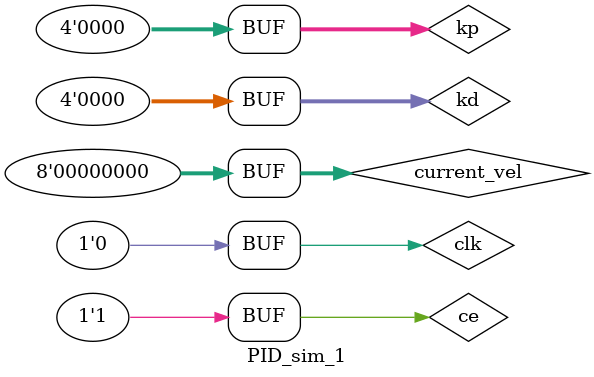
<source format=v>
`timescale 1ns / 1ps


module PID_sim_1;

	// Inputs
	reg [7:0] current_vel;
	reg [3:0] kp;
	reg [3:0] kd;
	reg clk;
	reg ce;

	// Outputs
	wire [7:0] vel_output;

	// Instantiate the Unit Under Test (UUT)
	pid_controller uut (
		.current_vel(current_vel), 
		.kp(kp), 
		.kd(kd), 
		.clk(clk), 
		.ce(ce), 
		.vel_output(vel_output)
	);

	initial begin
		current_vel = 0;
		kp = 0;
		kd = 0;
		clk = 0;
		ce = 1;

	end
      
endmodule


</source>
